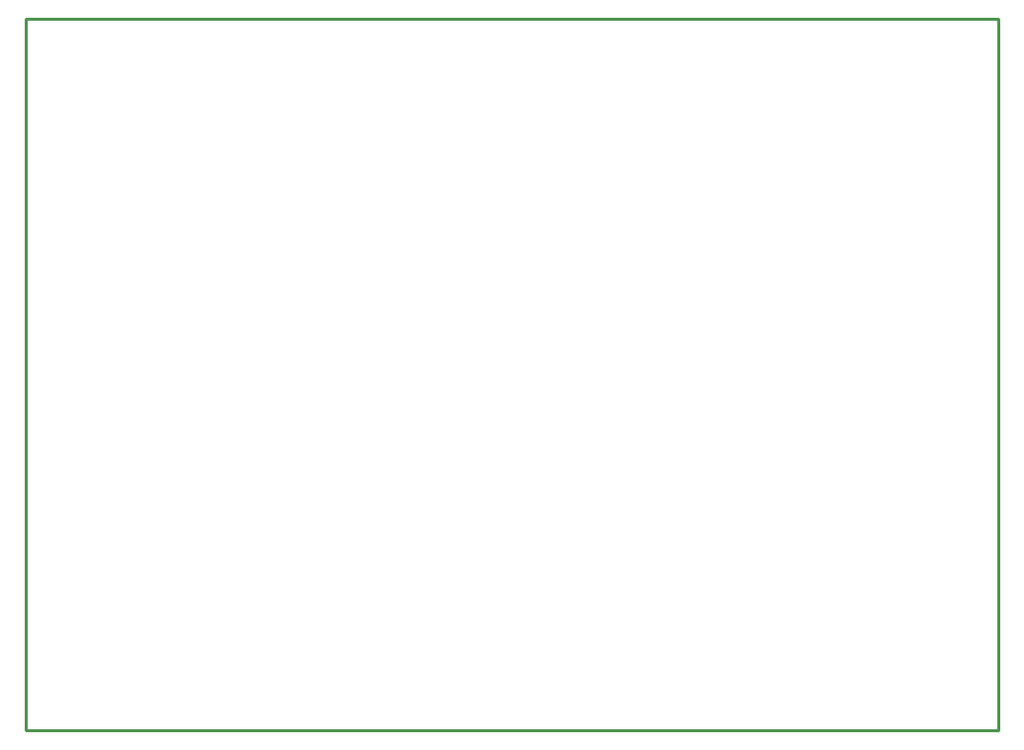
<source format=gko>
G04*
G04 #@! TF.GenerationSoftware,Altium Limited,Altium Designer,18.0.7 (293)*
G04*
G04 Layer_Color=16711935*
%FSLAX44Y44*%
%MOMM*%
G71*
G01*
G75*
%ADD11C,0.2540*%
D11*
X-0Y609600D02*
X831850D01*
X-0D02*
X0Y0D01*
X831850D01*
X831850Y609600D02*
X831850Y0D01*
M02*

</source>
